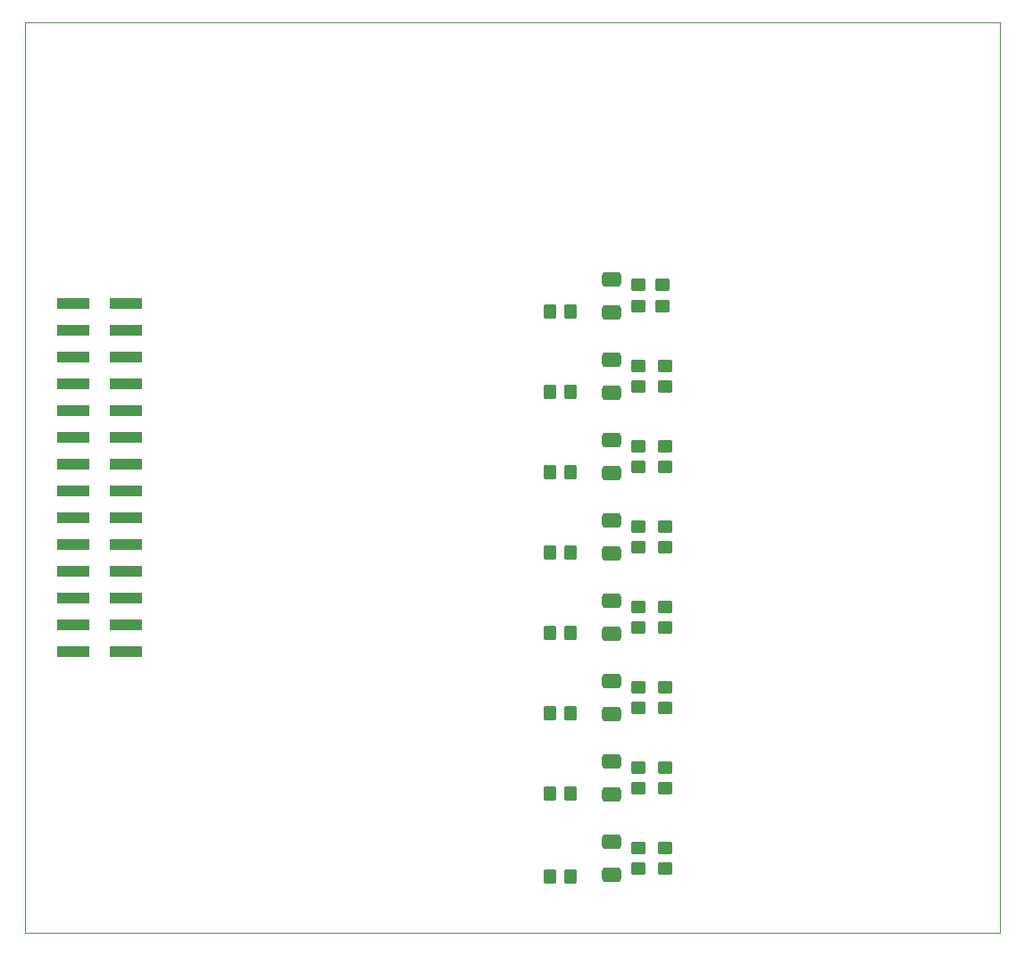
<source format=gbp>
%TF.GenerationSoftware,KiCad,Pcbnew,8.0.0*%
%TF.CreationDate,2024-05-10T19:48:46+02:00*%
%TF.ProjectId,plc_io_module,706c635f-696f-45f6-9d6f-64756c652e6b,1.0.0*%
%TF.SameCoordinates,Original*%
%TF.FileFunction,Paste,Bot*%
%TF.FilePolarity,Positive*%
%FSLAX46Y46*%
G04 Gerber Fmt 4.6, Leading zero omitted, Abs format (unit mm)*
G04 Created by KiCad (PCBNEW 8.0.0) date 2024-05-10 19:48:46*
%MOMM*%
%LPD*%
G01*
G04 APERTURE LIST*
G04 Aperture macros list*
%AMRoundRect*
0 Rectangle with rounded corners*
0 $1 Rounding radius*
0 $2 $3 $4 $5 $6 $7 $8 $9 X,Y pos of 4 corners*
0 Add a 4 corners polygon primitive as box body*
4,1,4,$2,$3,$4,$5,$6,$7,$8,$9,$2,$3,0*
0 Add four circle primitives for the rounded corners*
1,1,$1+$1,$2,$3*
1,1,$1+$1,$4,$5*
1,1,$1+$1,$6,$7*
1,1,$1+$1,$8,$9*
0 Add four rect primitives between the rounded corners*
20,1,$1+$1,$2,$3,$4,$5,0*
20,1,$1+$1,$4,$5,$6,$7,0*
20,1,$1+$1,$6,$7,$8,$9,0*
20,1,$1+$1,$8,$9,$2,$3,0*%
G04 Aperture macros list end*
%ADD10RoundRect,0.250000X0.650000X-0.412500X0.650000X0.412500X-0.650000X0.412500X-0.650000X-0.412500X0*%
%ADD11RoundRect,0.250000X-0.450000X0.350000X-0.450000X-0.350000X0.450000X-0.350000X0.450000X0.350000X0*%
%ADD12RoundRect,0.250000X-0.350000X-0.450000X0.350000X-0.450000X0.350000X0.450000X-0.350000X0.450000X0*%
%ADD13RoundRect,0.250000X0.450000X-0.350000X0.450000X0.350000X-0.450000X0.350000X-0.450000X-0.350000X0*%
%ADD14R,3.150000X1.000000*%
%TA.AperFunction,Profile*%
%ADD15C,0.050000*%
%TD*%
G04 APERTURE END LIST*
D10*
%TO.C,C19*%
X154686000Y-98590500D03*
X154686000Y-95465500D03*
%TD*%
D11*
%TO.C,R53*%
X159766000Y-103686500D03*
X159766000Y-105686500D03*
%TD*%
D10*
%TO.C,C18*%
X154686000Y-90970500D03*
X154686000Y-87845500D03*
%TD*%
%TO.C,C24*%
X154686000Y-136690500D03*
X154686000Y-133565500D03*
%TD*%
D12*
%TO.C,R66*%
X148860000Y-83312000D03*
X150860000Y-83312000D03*
%TD*%
%TO.C,R67*%
X148860000Y-90932000D03*
X150860000Y-90932000D03*
%TD*%
D13*
%TO.C,R62*%
X157226000Y-113306500D03*
X157226000Y-111306500D03*
%TD*%
D14*
%TO.C,J5*%
X108697000Y-82550000D03*
X103647000Y-82550000D03*
X108697000Y-85090000D03*
X103647000Y-85090000D03*
X108697000Y-87630000D03*
X103647000Y-87630000D03*
X108697000Y-90170000D03*
X103647000Y-90170000D03*
X108697000Y-92710000D03*
X103647000Y-92710000D03*
X108697000Y-95250000D03*
X103647000Y-95250000D03*
X108697000Y-97790000D03*
X103647000Y-97790000D03*
X108697000Y-100330000D03*
X103647000Y-100330000D03*
X108697000Y-102870000D03*
X103647000Y-102870000D03*
X108697000Y-105410000D03*
X103647000Y-105410000D03*
X108697000Y-107950000D03*
X103647000Y-107950000D03*
X108697000Y-110490000D03*
X103647000Y-110490000D03*
X108697000Y-113030000D03*
X103647000Y-113030000D03*
X108697000Y-115570000D03*
X103647000Y-115570000D03*
%TD*%
D12*
%TO.C,R73*%
X148860000Y-136906000D03*
X150860000Y-136906000D03*
%TD*%
D11*
%TO.C,R51*%
X159766000Y-88446500D03*
X159766000Y-90446500D03*
%TD*%
D10*
%TO.C,C21*%
X154686000Y-113830500D03*
X154686000Y-110705500D03*
%TD*%
D13*
%TO.C,R60*%
X157226000Y-98066500D03*
X157226000Y-96066500D03*
%TD*%
D12*
%TO.C,R72*%
X148860000Y-129032000D03*
X150860000Y-129032000D03*
%TD*%
D10*
%TO.C,C22*%
X154686000Y-121450500D03*
X154686000Y-118325500D03*
%TD*%
D11*
%TO.C,R50*%
X159512000Y-80788000D03*
X159512000Y-82788000D03*
%TD*%
%TO.C,R52*%
X159766000Y-96066500D03*
X159766000Y-98066500D03*
%TD*%
%TO.C,R54*%
X159766000Y-111306500D03*
X159766000Y-113306500D03*
%TD*%
%TO.C,R55*%
X159766000Y-118926500D03*
X159766000Y-120926500D03*
%TD*%
D12*
%TO.C,R68*%
X148860000Y-98552000D03*
X150860000Y-98552000D03*
%TD*%
D13*
%TO.C,R63*%
X157226000Y-120926500D03*
X157226000Y-118926500D03*
%TD*%
D10*
%TO.C,C23*%
X154686000Y-129070500D03*
X154686000Y-125945500D03*
%TD*%
D13*
%TO.C,R64*%
X157226000Y-128546500D03*
X157226000Y-126546500D03*
%TD*%
D12*
%TO.C,R70*%
X148860000Y-113792000D03*
X150860000Y-113792000D03*
%TD*%
D11*
%TO.C,R57*%
X159766000Y-134166500D03*
X159766000Y-136166500D03*
%TD*%
D12*
%TO.C,R69*%
X148860000Y-106172000D03*
X150860000Y-106172000D03*
%TD*%
D13*
%TO.C,R58*%
X157226000Y-82788000D03*
X157226000Y-80788000D03*
%TD*%
%TO.C,R65*%
X157226000Y-136166500D03*
X157226000Y-134166500D03*
%TD*%
%TO.C,R59*%
X157226000Y-90446500D03*
X157226000Y-88446500D03*
%TD*%
D11*
%TO.C,R56*%
X159766000Y-126546500D03*
X159766000Y-128546500D03*
%TD*%
D13*
%TO.C,R61*%
X157226000Y-105686500D03*
X157226000Y-103686500D03*
%TD*%
D12*
%TO.C,R71*%
X148860000Y-121412000D03*
X150860000Y-121412000D03*
%TD*%
D10*
%TO.C,C17*%
X154686000Y-83350500D03*
X154686000Y-80225500D03*
%TD*%
%TO.C,C20*%
X154686000Y-106210500D03*
X154686000Y-103085500D03*
%TD*%
D15*
X99060000Y-55880000D02*
X191516000Y-55880000D01*
X191516000Y-142240000D01*
X99060000Y-142240000D01*
X99060000Y-55880000D01*
M02*

</source>
